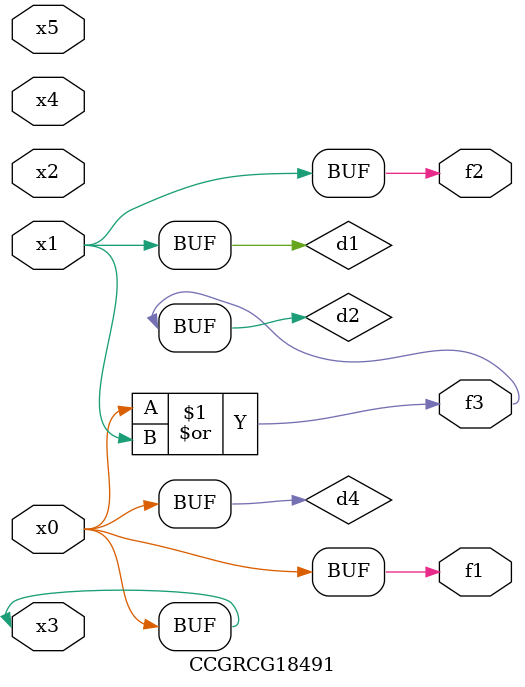
<source format=v>
module CCGRCG18491(
	input x0, x1, x2, x3, x4, x5,
	output f1, f2, f3
);

	wire d1, d2, d3, d4;

	and (d1, x1);
	or (d2, x0, x1);
	nand (d3, x0, x5);
	buf (d4, x0, x3);
	assign f1 = d4;
	assign f2 = d1;
	assign f3 = d2;
endmodule

</source>
